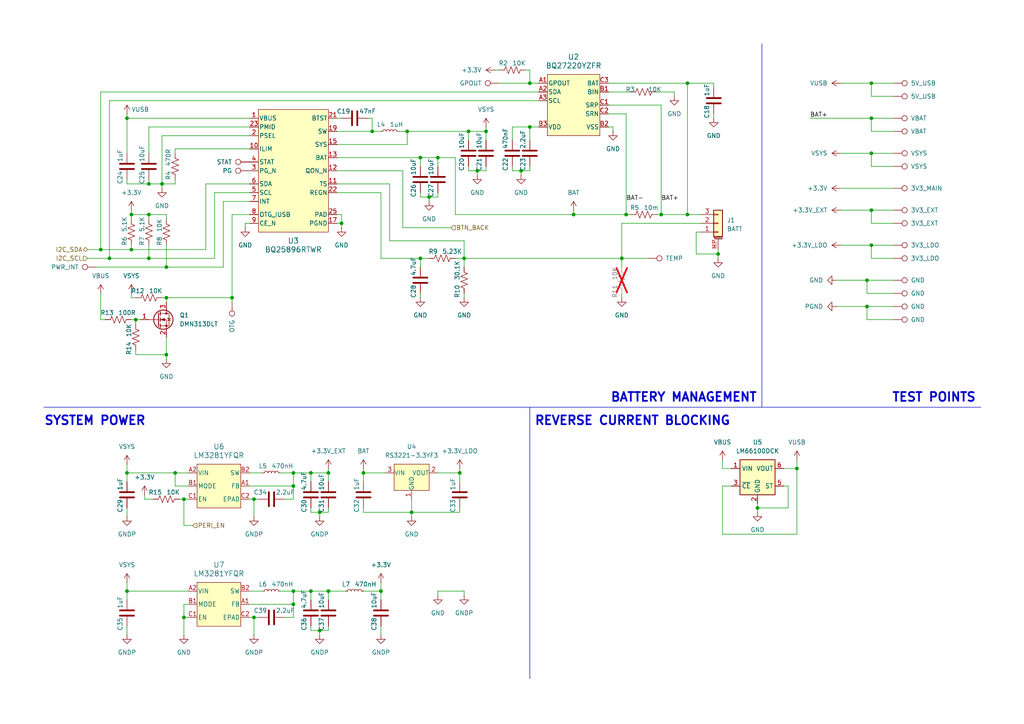
<source format=kicad_sch>
(kicad_sch (version 20231120) (generator "eeschema") (generator_version "8.0")
  (paper "A4")
  (junction (at 251.46 81.28))
  (junction (at 105.41 137.16))
  (junction (at 121.92 74.93))
  (junction (at 138.43 49.53))
  (junction (at 252.73 34.29))
  (junction (at 99.06 64.77))
  (junction (at 85.09 137.16))
  (junction (at 73.66 144.78))
  (junction (at 153.67 36.83))
  (junction (at 133.35 137.16))
  (junction (at 95.25 137.16))
  (junction (at 252.73 60.96))
  (junction (at 251.46 88.9))
  (junction (at 67.31 86.36))
  (junction (at 199.39 24.13))
  (junction (at 140.97 38.1))
  (junction (at 85.09 175.26))
  (junction (at 118.11 38.1))
  (junction (at 53.34 144.78))
  (junction (at 48.26 77.47))
  (junction (at 31.75 74.93))
  (junction (at 50.8 137.16))
  (junction (at 181.61 62.23))
  (junction (at 252.73 44.45))
  (junction (at 153.67 24.13))
  (junction (at 127 45.72))
  (junction (at 151.13 49.53))
  (junction (at 43.18 62.23))
  (junction (at 39.37 92.71))
  (junction (at 92.71 182.88))
  (junction (at 38.1 62.23))
  (junction (at 90.17 171.45))
  (junction (at 36.83 137.16))
  (junction (at 95.25 171.45))
  (junction (at 252.73 71.12))
  (junction (at 135.89 38.1))
  (junction (at 73.66 179.07))
  (junction (at 166.37 62.23))
  (junction (at 92.71 148.59))
  (junction (at 90.17 137.16))
  (junction (at 121.92 45.72))
  (junction (at 252.73 24.13))
  (junction (at 191.77 62.23))
  (junction (at 231.14 135.89))
  (junction (at 85.09 171.45))
  (junction (at 208.28 73.66))
  (junction (at 48.26 86.36))
  (junction (at 43.18 53.34))
  (junction (at 124.46 57.15))
  (junction (at 29.21 72.39))
  (junction (at 180.34 74.93))
  (junction (at 219.71 147.32))
  (junction (at 85.09 140.97))
  (junction (at 36.83 34.29))
  (junction (at 46.99 53.34))
  (junction (at 48.26 102.87))
  (junction (at 134.62 74.93))
  (junction (at 36.83 171.45))
  (junction (at 38.1 72.39))
  (junction (at 110.49 171.45))
  (junction (at 119.38 148.59))
  (junction (at 53.34 179.07))
  (junction (at 107.95 38.1))
  (junction (at 43.18 74.93))
  (junction (at 199.39 62.23))
  (wire (pts (xy 48.26 86.36) (xy 48.26 87.63)))
  (wire (pts (xy 134.62 74.93) (xy 134.62 77.47)))
  (wire (pts (xy 36.83 34.29) (xy 36.83 44.45)))
  (wire (pts (xy 259.08 74.93) (xy 252.73 74.93)))
  (wire (pts (xy 72.39 64.77) (xy 71.12 64.77)))
  (wire (pts (xy 190.5 26.67) (xy 195.58 26.67)))
  (wire (pts (xy 53.34 144.78) (xy 53.34 152.4)))
  (polyline (pts (xy 220.98 118.11) (xy 284.48 118.11)))
  (wire (pts (xy 180.34 74.93) (xy 134.62 74.93)))
  (wire (pts (xy 72.39 55.88) (xy 62.23 55.88)))
  (wire (pts (xy 121.92 45.72) (xy 127 45.72)))
  (wire (pts (xy 119.38 144.78) (xy 119.38 148.59)))
  (wire (pts (xy 201.93 67.31) (xy 201.93 73.66)))
  (wire (pts (xy 53.34 152.4) (xy 55.88 152.4)))
  (wire (pts (xy 124.46 57.15) (xy 124.46 58.42)))
  (wire (pts (xy 81.28 171.45) (xy 85.09 171.45)))
  (wire (pts (xy 95.25 173.99) (xy 95.25 171.45)))
  (wire (pts (xy 43.18 36.83) (xy 72.39 36.83)))
  (wire (pts (xy 127 57.15) (xy 127 55.88)))
  (wire (pts (xy 99.06 34.29) (xy 97.79 34.29)))
  (wire (pts (xy 135.89 38.1) (xy 140.97 38.1)))
  (wire (pts (xy 231.14 135.89) (xy 227.33 135.89)))
  (wire (pts (xy 252.73 38.1) (xy 252.73 34.29)))
  (wire (pts (xy 118.11 41.91) (xy 118.11 38.1)))
  (wire (pts (xy 252.73 27.94) (xy 259.08 27.94)))
  (wire (pts (xy 127 48.26) (xy 127 45.72)))
  (wire (pts (xy 110.49 171.45) (xy 110.49 173.99)))
  (wire (pts (xy 148.59 49.53) (xy 151.13 49.53)))
  (wire (pts (xy 127 45.72) (xy 132.08 45.72)))
  (wire (pts (xy 41.91 143.51) (xy 41.91 144.78)))
  (wire (pts (xy 90.17 182.88) (xy 92.71 182.88)))
  (wire (pts (xy 166.37 62.23) (xy 181.61 62.23)))
  (wire (pts (xy 209.55 133.35) (xy 209.55 135.89)))
  (wire (pts (xy 85.09 137.16) (xy 90.17 137.16)))
  (wire (pts (xy 252.73 48.26) (xy 252.73 44.45)))
  (wire (pts (xy 48.26 97.79) (xy 48.26 102.87)))
  (wire (pts (xy 31.75 29.21) (xy 31.75 74.93)))
  (wire (pts (xy 43.18 71.12) (xy 43.18 74.93)))
  (wire (pts (xy 138.43 49.53) (xy 138.43 50.8)))
  (wire (pts (xy 209.55 154.94) (xy 231.14 154.94)))
  (wire (pts (xy 31.75 74.93) (xy 43.18 74.93)))
  (wire (pts (xy 207.01 33.02) (xy 207.01 34.29)))
  (wire (pts (xy 156.21 29.21) (xy 31.75 29.21)))
  (wire (pts (xy 72.39 175.26) (xy 85.09 175.26)))
  (wire (pts (xy 97.79 64.77) (xy 99.06 64.77)))
  (wire (pts (xy 48.26 71.12) (xy 48.26 77.47)))
  (wire (pts (xy 46.99 53.34) (xy 50.8 53.34)))
  (wire (pts (xy 39.37 101.6) (xy 39.37 102.87)))
  (wire (pts (xy 38.1 63.5) (xy 38.1 62.23)))
  (wire (pts (xy 38.1 62.23) (xy 43.18 62.23)))
  (wire (pts (xy 134.62 85.09) (xy 134.62 86.36)))
  (wire (pts (xy 107.95 38.1) (xy 110.49 38.1)))
  (wire (pts (xy 97.79 41.91) (xy 118.11 41.91)))
  (wire (pts (xy 97.79 53.34) (xy 113.03 53.34)))
  (wire (pts (xy 59.69 53.34) (xy 59.69 72.39)))
  (wire (pts (xy 132.08 62.23) (xy 166.37 62.23)))
  (wire (pts (xy 187.96 74.93) (xy 180.34 74.93)))
  (wire (pts (xy 105.41 148.59) (xy 105.41 147.32)))
  (wire (pts (xy 151.13 50.8) (xy 151.13 49.53)))
  (wire (pts (xy 124.46 57.15) (xy 127 57.15)))
  (wire (pts (xy 212.09 140.97) (xy 209.55 140.97)))
  (wire (pts (xy 99.06 62.23) (xy 99.06 64.77)))
  (wire (pts (xy 36.83 134.62) (xy 36.83 137.16)))
  (wire (pts (xy 36.83 52.07) (xy 36.83 53.34)))
  (wire (pts (xy 97.79 45.72) (xy 121.92 45.72)))
  (wire (pts (xy 180.34 74.93) (xy 180.34 77.47)))
  (wire (pts (xy 259.08 48.26) (xy 252.73 48.26)))
  (wire (pts (xy 38.1 86.36) (xy 39.37 86.36)))
  (wire (pts (xy 121.92 74.93) (xy 124.46 74.93)))
  (wire (pts (xy 36.83 147.32) (xy 36.83 149.86)))
  (polyline (pts (xy 153.67 118.11) (xy 153.67 196.85)))
  (wire (pts (xy 242.57 88.9) (xy 251.46 88.9)))
  (wire (pts (xy 177.8 36.83) (xy 177.8 38.1)))
  (wire (pts (xy 251.46 81.28) (xy 251.46 85.09)))
  (wire (pts (xy 116.84 66.04) (xy 130.81 66.04)))
  (wire (pts (xy 259.08 24.13) (xy 252.73 24.13)))
  (wire (pts (xy 181.61 62.23) (xy 182.88 62.23)))
  (wire (pts (xy 90.17 181.61) (xy 90.17 182.88)))
  (wire (pts (xy 85.09 140.97) (xy 85.09 137.16)))
  (wire (pts (xy 118.11 38.1) (xy 135.89 38.1)))
  (wire (pts (xy 153.67 20.32) (xy 152.4 20.32)))
  (wire (pts (xy 73.66 144.78) (xy 73.66 149.86)))
  (wire (pts (xy 203.2 64.77) (xy 180.34 64.77)))
  (wire (pts (xy 234.95 34.29) (xy 252.73 34.29)))
  (wire (pts (xy 46.99 53.34) (xy 46.99 54.61)))
  (wire (pts (xy 135.89 48.26) (xy 135.89 49.53)))
  (wire (pts (xy 92.71 182.88) (xy 92.71 184.15)))
  (wire (pts (xy 121.92 57.15) (xy 124.46 57.15)))
  (wire (pts (xy 72.39 53.34) (xy 59.69 53.34)))
  (wire (pts (xy 148.59 48.26) (xy 148.59 49.53)))
  (wire (pts (xy 207.01 24.13) (xy 207.01 25.4)))
  (wire (pts (xy 209.55 135.89) (xy 212.09 135.89)))
  (wire (pts (xy 72.39 34.29) (xy 36.83 34.29)))
  (wire (pts (xy 259.08 85.09) (xy 251.46 85.09)))
  (wire (pts (xy 151.13 49.53) (xy 153.67 49.53)))
  (wire (pts (xy 53.34 144.78) (xy 54.61 144.78)))
  (wire (pts (xy 208.28 72.39) (xy 208.28 73.66)))
  (wire (pts (xy 50.8 137.16) (xy 54.61 137.16)))
  (wire (pts (xy 110.49 168.91) (xy 110.49 171.45)))
  (wire (pts (xy 121.92 45.72) (xy 121.92 48.26)))
  (wire (pts (xy 199.39 62.23) (xy 203.2 62.23)))
  (wire (pts (xy 195.58 26.67) (xy 195.58 27.94)))
  (wire (pts (xy 99.06 64.77) (xy 99.06 66.04)))
  (wire (pts (xy 127 171.45) (xy 127 172.72)))
  (wire (pts (xy 81.28 137.16) (xy 85.09 137.16)))
  (wire (pts (xy 43.18 62.23) (xy 43.18 63.5)))
  (wire (pts (xy 176.53 36.83) (xy 177.8 36.83)))
  (wire (pts (xy 95.25 171.45) (xy 100.33 171.45)))
  (wire (pts (xy 90.17 171.45) (xy 95.25 171.45)))
  (wire (pts (xy 73.66 179.07) (xy 73.66 184.15)))
  (wire (pts (xy 252.73 64.77) (xy 252.73 60.96)))
  (wire (pts (xy 243.84 60.96) (xy 252.73 60.96)))
  (wire (pts (xy 25.4 72.39) (xy 29.21 72.39)))
  (wire (pts (xy 85.09 175.26) (xy 85.09 171.45)))
  (wire (pts (xy 72.39 43.18) (xy 50.8 43.18)))
  (wire (pts (xy 252.73 74.93) (xy 252.73 71.12)))
  (wire (pts (xy 53.34 175.26) (xy 54.61 175.26)))
  (wire (pts (xy 48.26 102.87) (xy 48.26 104.14)))
  (wire (pts (xy 97.79 49.53) (xy 116.84 49.53)))
  (wire (pts (xy 72.39 140.97) (xy 85.09 140.97)))
  (wire (pts (xy 36.83 181.61) (xy 36.83 184.15)))
  (wire (pts (xy 121.92 55.88) (xy 121.92 57.15)))
  (wire (pts (xy 121.92 77.47) (xy 121.92 74.93)))
  (polyline (pts (xy 220.98 12.7) (xy 220.98 118.11)))
  (wire (pts (xy 199.39 24.13) (xy 199.39 62.23)))
  (wire (pts (xy 95.25 139.7) (xy 95.25 137.16)))
  (wire (pts (xy 95.25 148.59) (xy 95.25 147.32)))
  (wire (pts (xy 259.08 88.9) (xy 251.46 88.9)))
  (wire (pts (xy 113.03 53.34) (xy 113.03 69.85)))
  (wire (pts (xy 50.8 137.16) (xy 50.8 140.97)))
  (wire (pts (xy 73.66 144.78) (xy 74.93 144.78)))
  (wire (pts (xy 191.77 30.48) (xy 191.77 62.23)))
  (wire (pts (xy 97.79 62.23) (xy 99.06 62.23)))
  (wire (pts (xy 38.1 60.96) (xy 38.1 62.23)))
  (wire (pts (xy 191.77 62.23) (xy 190.5 62.23)))
  (wire (pts (xy 29.21 92.71) (xy 30.48 92.71)))
  (wire (pts (xy 48.26 62.23) (xy 43.18 62.23)))
  (wire (pts (xy 153.67 40.64) (xy 153.67 36.83)))
  (wire (pts (xy 140.97 36.83) (xy 140.97 38.1)))
  (wire (pts (xy 90.17 137.16) (xy 90.17 139.7)))
  (wire (pts (xy 82.55 179.07) (xy 85.09 179.07)))
  (wire (pts (xy 72.39 171.45) (xy 76.2 171.45)))
  (wire (pts (xy 53.34 184.15) (xy 53.34 179.07)))
  (wire (pts (xy 176.53 26.67) (xy 182.88 26.67)))
  (wire (pts (xy 92.71 149.86) (xy 92.71 148.59)))
  (wire (pts (xy 113.03 69.85) (xy 134.62 69.85)))
  (wire (pts (xy 29.21 26.67) (xy 29.21 72.39)))
  (wire (pts (xy 105.41 171.45) (xy 110.49 171.45)))
  (wire (pts (xy 50.8 140.97) (xy 54.61 140.97)))
  (wire (pts (xy 251.46 88.9) (xy 251.46 92.71)))
  (wire (pts (xy 29.21 92.71) (xy 29.21 85.09)))
  (wire (pts (xy 156.21 26.67) (xy 29.21 26.67)))
  (wire (pts (xy 48.26 63.5) (xy 48.26 62.23)))
  (wire (pts (xy 90.17 148.59) (xy 92.71 148.59)))
  (wire (pts (xy 144.78 24.13) (xy 153.67 24.13)))
  (wire (pts (xy 243.84 54.61) (xy 259.08 54.61)))
  (wire (pts (xy 133.35 147.32) (xy 133.35 148.59)))
  (wire (pts (xy 259.08 81.28) (xy 251.46 81.28)))
  (wire (pts (xy 85.09 171.45) (xy 90.17 171.45)))
  (wire (pts (xy 219.71 146.05) (xy 219.71 147.32)))
  (wire (pts (xy 153.67 24.13) (xy 153.67 20.32)))
  (wire (pts (xy 134.62 69.85) (xy 134.62 74.93)))
  (wire (pts (xy 176.53 24.13) (xy 199.39 24.13)))
  (wire (pts (xy 38.1 85.09) (xy 38.1 86.36)))
  (wire (pts (xy 27.94 77.47) (xy 48.26 77.47)))
  (wire (pts (xy 46.99 53.34) (xy 43.18 53.34)))
  (wire (pts (xy 92.71 148.59) (xy 95.25 148.59)))
  (wire (pts (xy 90.17 137.16) (xy 95.25 137.16)))
  (wire (pts (xy 132.08 45.72) (xy 132.08 62.23)))
  (wire (pts (xy 127 137.16) (xy 133.35 137.16)))
  (wire (pts (xy 199.39 62.23) (xy 191.77 62.23)))
  (wire (pts (xy 41.91 144.78) (xy 44.45 144.78)))
  (wire (pts (xy 50.8 43.18) (xy 50.8 44.45)))
  (wire (pts (xy 203.2 67.31) (xy 201.93 67.31)))
  (wire (pts (xy 25.4 74.93) (xy 31.75 74.93)))
  (wire (pts (xy 140.97 49.53) (xy 140.97 48.26)))
  (wire (pts (xy 259.08 38.1) (xy 252.73 38.1)))
  (wire (pts (xy 52.07 144.78) (xy 53.34 144.78)))
  (wire (pts (xy 67.31 86.36) (xy 67.31 87.63)))
  (wire (pts (xy 228.6 147.32) (xy 219.71 147.32)))
  (wire (pts (xy 135.89 49.53) (xy 138.43 49.53)))
  (wire (pts (xy 132.08 74.93) (xy 134.62 74.93)))
  (wire (pts (xy 228.6 140.97) (xy 228.6 147.32)))
  (wire (pts (xy 115.57 38.1) (xy 118.11 38.1)))
  (wire (pts (xy 231.14 133.35) (xy 231.14 135.89)))
  (wire (pts (xy 107.95 34.29) (xy 107.95 38.1)))
  (wire (pts (xy 38.1 92.71) (xy 39.37 92.71)))
  (wire (pts (xy 72.39 62.23) (xy 67.31 62.23)))
  (wire (pts (xy 110.49 74.93) (xy 121.92 74.93)))
  (wire (pts (xy 143.51 20.32) (xy 144.78 20.32)))
  (wire (pts (xy 208.28 73.66) (xy 201.93 73.66)))
  (wire (pts (xy 180.34 85.09) (xy 180.34 86.36)))
  (wire (pts (xy 38.1 71.12) (xy 38.1 72.39)))
  (wire (pts (xy 166.37 60.96) (xy 166.37 62.23)))
  (polyline (pts (xy 12.7 118.11) (xy 220.98 118.11)))
  (wire (pts (xy 133.35 135.89) (xy 133.35 137.16)))
  (wire (pts (xy 140.97 40.64) (xy 140.97 38.1)))
  (wire (pts (xy 50.8 52.07) (xy 50.8 53.34)))
  (wire (pts (xy 46.99 86.36) (xy 48.26 86.36)))
  (wire (pts (xy 62.23 55.88) (xy 62.23 74.93)))
  (wire (pts (xy 148.59 36.83) (xy 148.59 40.64)))
  (wire (pts (xy 53.34 179.07) (xy 53.34 175.26)))
  (wire (pts (xy 219.71 147.32) (xy 219.71 148.59)))
  (wire (pts (xy 153.67 36.83) (xy 156.21 36.83)))
  (wire (pts (xy 153.67 49.53) (xy 153.67 48.26)))
  (wire (pts (xy 252.73 60.96) (xy 259.08 60.96)))
  (wire (pts (xy 121.92 85.09) (xy 121.92 86.36)))
  (wire (pts (xy 38.1 72.39) (xy 59.69 72.39)))
  (wire (pts (xy 39.37 92.71) (xy 39.37 93.98)))
  (wire (pts (xy 72.39 137.16) (xy 76.2 137.16)))
  (wire (pts (xy 36.83 168.91) (xy 36.83 171.45)))
  (wire (pts (xy 48.26 86.36) (xy 67.31 86.36)))
  (wire (pts (xy 39.37 92.71) (xy 40.64 92.71)))
  (wire (pts (xy 85.09 175.26) (xy 85.09 179.07)))
  (wire (pts (xy 46.99 39.37) (xy 46.99 53.34)))
  (wire (pts (xy 259.08 92.71) (xy 251.46 92.71)))
  (wire (pts (xy 72.39 144.78) (xy 73.66 144.78)))
  (wire (pts (xy 252.73 44.45) (xy 259.08 44.45)))
  (wire (pts (xy 53.34 179.07) (xy 54.61 179.07)))
  (wire (pts (xy 133.35 137.16) (xy 133.35 139.7)))
  (wire (pts (xy 153.67 24.13) (xy 156.21 24.13)))
  (wire (pts (xy 29.21 72.39) (xy 38.1 72.39)))
  (wire (pts (xy 127 171.45) (xy 134.62 171.45)))
  (wire (pts (xy 39.37 102.87) (xy 48.26 102.87)))
  (wire (pts (xy 138.43 49.53) (xy 140.97 49.53)))
  (wire (pts (xy 180.34 64.77) (xy 180.34 74.93)))
  (wire (pts (xy 36.83 53.34) (xy 43.18 53.34)))
  (wire (pts (xy 110.49 55.88) (xy 110.49 74.93)))
  (wire (pts (xy 73.66 179.07) (xy 74.93 179.07)))
  (wire (pts (xy 97.79 38.1) (xy 107.95 38.1)))
  (wire (pts (xy 176.53 30.48) (xy 191.77 30.48)))
  (wire (pts (xy 71.12 64.77) (xy 71.12 66.04)))
  (wire (pts (xy 64.77 58.42) (xy 72.39 58.42)))
  (wire (pts (xy 36.83 171.45) (xy 54.61 171.45)))
  (wire (pts (xy 148.59 36.83) (xy 153.67 36.83)))
  (wire (pts (xy 64.77 58.42) (xy 64.77 77.47)))
  (wire (pts (xy 95.25 135.89) (xy 95.25 137.16)))
  (wire (pts (xy 105.41 137.16) (xy 111.76 137.16)))
  (wire (pts (xy 110.49 181.61) (xy 110.49 184.15)))
  (wire (pts (xy 36.83 137.16) (xy 36.83 139.7)))
  (wire (pts (xy 252.73 34.29) (xy 259.08 34.29)))
  (wire (pts (xy 119.38 148.59) (xy 105.41 148.59)))
  (wire (pts (xy 48.26 77.47) (xy 64.77 77.47)))
  (wire (pts (xy 67.31 62.23) (xy 67.31 86.36)))
  (wire (pts (xy 36.83 137.16) (xy 50.8 137.16)))
  (wire (pts (xy 252.73 24.13) (xy 252.73 27.94)))
  (wire (pts (xy 36.83 171.45) (xy 36.83 173.99)))
  (wire (pts (xy 243.84 71.12) (xy 252.73 71.12)))
  (wire (pts (xy 36.83 33.02) (xy 36.83 34.29)))
  (wire (pts (xy 105.41 137.16) (xy 105.41 139.7)))
  (wire (pts (xy 85.09 140.97) (xy 85.09 144.78)))
  (wire (pts (xy 208.28 73.66) (xy 208.28 74.93)))
  (wire (pts (xy 252.73 71.12) (xy 259.08 71.12)))
  (wire (pts (xy 43.18 44.45) (xy 43.18 36.83)))
  (wire (pts (xy 133.35 148.59) (xy 119.38 148.59)))
  (wire (pts (xy 72.39 179.07) (xy 73.66 179.07)))
  (wire (pts (xy 199.39 24.13) (xy 207.01 24.13)))
  (wire (pts (xy 209.55 140.97) (xy 209.55 154.94)))
  (wire (pts (xy 72.39 39.37) (xy 46.99 39.37)))
  (wire (pts (xy 135.89 38.1) (xy 135.89 40.64)))
  (wire (pts (xy 134.62 171.45) (xy 134.62 172.72)))
  (wire (pts (xy 116.84 49.53) (xy 116.84 66.04)))
  (wire (pts (xy 82.55 144.78) (xy 85.09 144.78)))
  (wire (pts (xy 176.53 33.02) (xy 181.61 33.02)))
  (wire (pts (xy 105.41 135.89) (xy 105.41 137.16)))
  (wire (pts (xy 90.17 147.32) (xy 90.17 148.59)))
  (wire (pts (xy 119.38 148.59) (xy 119.38 149.86)))
  (wire (pts (xy 243.84 24.13) (xy 252.73 24.13)))
  (wire (pts (xy 95.25 182.88) (xy 95.25 181.61)))
  (wire (pts (xy 243.84 44.45) (xy 252.73 44.45)))
  (wire (pts (xy 43.18 74.93) (xy 62.23 74.93)))
  (wire (pts (xy 231.14 154.94) (xy 231.14 135.89)))
  (wire (pts (xy 106.68 34.29) (xy 107.95 34.29)))
  (wire (pts (xy 92.71 182.88) (xy 95.25 182.88)))
  (wire (pts (xy 181.61 33.02) (xy 181.61 62.23)))
  (wire (pts (xy 259.08 64.77) (xy 252.73 64.77)))
  (wire (pts (xy 228.6 140.97) (xy 227.33 140.97)))
  (wire (pts (xy 97.79 55.88) (xy 110.49 55.88)))
  (wire (pts (xy 90.17 171.45) (xy 90.17 173.99)))
  (wire (pts (xy 43.18 53.34) (xy 43.18 52.07)))
  (wire (pts (xy 242.57 81.28) (xy 251.46 81.28)))
  (text "BATTERY MANAGEMENT" (exclude_from_sim yes) (at 219.71 116.84 0) (effects (font (size 2.54 2.54) (thickness 0.508) (bold yes)) (justify right bottom)))
  (text "TEST POINTS\n" (exclude_from_sim yes) (at 283.21 116.84 0) (effects (font (size 2.54 2.54) (thickness 0.508) (bold yes)) (justify right bottom)))
  (text "SYSTEM POWER" (exclude_from_sim yes) (at 12.7 120.65 0) (effects (font (size 2.54 2.54) (thickness 0.508) (bold yes)) (justify left top)))
  (text "REVERSE CURRENT BLOCKING" (exclude_from_sim yes) (at 154.94 120.65 0) (effects (font (size 2.54 2.54) (thickness 0.508) (bold yes)) (justify left top)))
  (label "BAT-" (at 181.61 58.42 0))
  (label "BAT+" (at 234.95 34.29 0))
  (label "BAT+" (at 191.77 58.42 0))
  (hierarchical_label "I2C_SCL" (shape input) (at 25.4 74.93 180))
  (hierarchical_label "BTN_BACK" (shape input) (at 130.81 66.04 0))
  (hierarchical_label "I2C_SDA" (shape bidirectional) (at 25.4 72.39 180))
  (hierarchical_label "PERI_EN" (shape input) (at 55.88 152.4 0))
  (symbol (lib_id "Device:C") (at 36.83 177.8 180) (unit 1)
    (property "Reference" "C35" (at 35.56 179.07 90) (effects (justify left top)))
    (property "Value" "1uF" (at 35.56 176.53 90) (effects (justify right top)))
    (property "Footprint" "Capacitor_SMD:C_0201_0603Metric" (effects (hide yes)))
    (property "Description" "Unpolarized capacitor" (effects (hide yes)))
  )
  (symbol (lib_id "power:GND") (at 71.12 66.04 0) (unit 1)
    (property "Reference" "#PWR036" (effects (hide yes)))
    (property "Value" "GND" (at 71.12 71.12 0))
    (property "Description" "Power symbol creates a global label with name \"GND\" , ground" (effects (hide yes)))
  )
  (symbol (lib_id "Device:R_US") (at 48.26 144.78 90) (unit 1)
    (property "Reference" "R15" (at 46.99 143.51 90) (effects (justify left top)))
    (property "Value" "10K" (at 48.26 143.51 90) (effects (justify right top)))
    (property "Footprint" "Resistor_SMD:R_0201_0603Metric" (effects (hide yes)))
    (property "Description" "Resistor, US symbol" (effects (hide yes)))
  )
  (symbol (lib_id "Connector:TestPoint") (at 259.08 24.13 270) (unit 1)
    (property "Reference" "TP12" (effects (hide yes)))
    (property "Value" "5V_USB" (at 264.16 24.13 90) (effects (justify left)))
    (property "Footprint" "TestPoint:TestPoint_Pad_D1.0mm" (effects (hide yes)))
    (property "Description" "test point" (effects (hide yes)))
  )
  (symbol (lib_id "Device:C") (at 90.17 177.8 180) (unit 1)
    (property "Reference" "C36" (at 88.9 179.07 90) (effects (justify left top)))
    (property "Value" "4.7uF" (at 88.9 176.53 90) (effects (justify right top)))
    (property "Footprint" "Capacitor_SMD:C_0603_1608Metric" (effects (hide yes)))
    (property "Description" "Unpolarized capacitor" (effects (hide yes)))
  )
  (symbol (lib_id "Device:C") (at 133.35 143.51 180) (unit 1)
    (property "Reference" "C33" (at 132.08 144.78 90) (effects (justify left top)))
    (property "Value" "1uF" (at 132.08 142.24 90) (effects (justify right top)))
    (property "Footprint" "Capacitor_SMD:C_0402_1005Metric" (effects (hide yes)))
    (property "Description" "Unpolarized capacitor" (effects (hide yes)))
  )
  (symbol (lib_id "Library:BQ27220YZFR") (at 166.37 30.48 0) (unit 1)
    (property "Reference" "U2" (at 166.37 16.51 0) (effects (font (size 1.524 1.524))))
    (property "Value" "BQ27220YZFR" (at 166.37 19.05 0) (effects (font (size 1.524 1.524))))
    (property "Footprint" "Package_BGA:Texas_DSBGA-9_1.62mmx1.58mm_Layout3x3_P0.5mm" (effects (hide yes)))
    (property "Datasheet" "https://www.ti.com/lit/ds/symlink/bq27220.pdf" (effects (hide yes)))
  )
  (symbol (lib_id "power:VCC") (at 166.37 60.96 0) (unit 1)
    (property "Reference" "#PWR034" (effects (hide yes)))
    (property "Value" "BAT" (at 166.37 55.88 0))
    (property "Description" "Power symbol creates a global label with name \"VCC\"" (effects (hide yes)))
  )
  (symbol (lib_id "Device:R_US") (at 48.26 67.31 180) (unit 1)
    (property "Reference" "R8" (at 46.99 68.58 90) (effects (justify left top)))
    (property "Value" "10K" (at 46.99 67.31 90) (effects (justify right top)))
    (property "Footprint" "Resistor_SMD:R_0402_1005Metric" (effects (hide yes)))
    (property "Description" "Resistor, US symbol" (effects (hide yes)))
  )
  (symbol (lib_id "power:VCC") (at 110.49 168.91 0) (unit 1)
    (property "Reference" "#PWR061" (effects (hide yes)))
    (property "Value" "+3.3V" (at 110.49 163.83 0))
    (property "Description" "Power symbol creates a global label with name \"VCC\"" (effects (hide yes)))
  )
  (symbol (lib_id "Device:R_US") (at 148.59 20.32 90) (unit 1)
    (property "Reference" "R2" (at 147.32 19.05 90) (effects (justify left top)))
    (property "Value" "10K" (at 148.59 19.05 90) (effects (justify right top)))
    (property "Footprint" "Resistor_SMD:R_0402_1005Metric" (effects (hide yes)))
    (property "Description" "Resistor, US symbol" (effects (hide yes)))
  )
  (symbol (lib_id "power:GND") (at 48.26 104.14 0) (unit 1)
    (property "Reference" "#PWR047" (effects (hide yes)))
    (property "Value" "GND" (at 48.26 109.22 0))
    (property "Description" "Power symbol creates a global label with name \"GND\" , ground" (effects (hide yes)))
  )
  (symbol (lib_id "Device:R_US") (at 186.69 62.23 90) (unit 1)
    (property "Reference" "R5" (at 185.42 60.96 90) (effects (justify left top)))
    (property "Value" "10m" (at 186.69 60.96 90) (effects (justify right top)))
    (property "Footprint" "Resistor_SMD:R_2512_6332Metric" (effects (hide yes)))
    (property "Description" "Resistor, US symbol" (effects (hide yes)))
  )
  (symbol (lib_id "Device:C") (at 121.92 81.28 180) (unit 1)
    (property "Reference" "C28" (at 120.65 82.55 90) (effects (justify left top)))
    (property "Value" "4.7uF" (at 120.65 80.01 90) (effects (justify right top)))
    (property "Footprint" "Capacitor_SMD:C_0402_1005Metric" (effects (hide yes)))
    (property "Description" "Unpolarized capacitor" (effects (hide yes)))
  )
  (symbol (lib_id "Device:R_US") (at 50.8 48.26 180) (unit 1)
    (property "Reference" "R4" (at 49.53 49.53 90) (effects (justify left top)))
    (property "Value" "470R" (at 49.53 48.26 90) (effects (justify right top)))
    (property "Footprint" "Resistor_SMD:R_0402_1005Metric" (effects (hide yes)))
    (property "Description" "Resistor, US symbol" (effects (hide yes)))
  )
  (symbol (lib_id "Device:R_US") (at 34.29 92.71 90) (unit 1)
    (property "Reference" "R13" (at 33.02 91.44 90) (effects (justify left top)))
    (property "Value" "100R" (at 34.29 91.44 90) (effects (justify right top)))
    (property "Footprint" "Resistor_SMD:R_0402_1005Metric" (effects (hide yes)))
    (property "Description" "Resistor, US symbol" (effects (hide yes)))
  )
  (symbol (lib_id "Connector:TestPoint") (at 259.08 74.93 270) (unit 1)
    (property "Reference" "TP25" (effects (hide yes)))
    (property "Value" "3V3_LDO" (at 264.16 74.93 90) (effects (justify left)))
    (property "Footprint" "TestPoint:TestPoint_Pad_D1.0mm" (effects (hide yes)))
    (property "Description" "test point" (effects (hide yes)))
  )
  (symbol (lib_id "power:VBUS") (at 209.55 133.35 0) (unit 1)
    (property "Reference" "#PWR048" (effects (hide yes)))
    (property "Value" "VBUS" (at 209.55 128.27 0))
    (property "Description" "Power symbol creates a global label with name \"VBUS\"" (effects (hide yes)))
  )
  (symbol (lib_id "Device:C") (at 43.18 48.26 180) (unit 1)
    (property "Reference" "C25" (at 41.91 49.53 90) (effects (justify left top)))
    (property "Value" "10uF" (at 41.91 46.99 90) (effects (justify right top)))
    (property "Footprint" "Capacitor_SMD:C_0603_1608Metric" (effects (hide yes)))
    (property "Description" "Unpolarized capacitor" (effects (hide yes)))
  )
  (symbol (lib_id "power:+3.3V") (at 143.51 20.32 90) (unit 1)
    (property "Reference" "#PWR020" (effects (hide yes)))
    (property "Value" "+3.3V" (at 139.7 20.3199 90) (effects (justify left)))
    (property "Description" "Power symbol creates a global label with name \"+3.3V\"" (effects (hide yes)))
  )
  (symbol (lib_id "power:VCC") (at 243.84 24.13 90) (unit 1)
    (property "Reference" "#PWR021" (effects (hide yes)))
    (property "Value" "VUSB" (at 240.03 24.1299 90) (effects (justify left)))
    (property "Description" "Power symbol creates a global label with name \"VCC\"" (effects (hide yes)))
  )
  (symbol (lib_id "Device:C") (at 36.83 143.51 180) (unit 1)
    (property "Reference" "C29" (at 35.56 144.78 90) (effects (justify left top)))
    (property "Value" "1uF" (at 35.56 142.24 90) (effects (justify right top)))
    (property "Footprint" "Capacitor_SMD:C_0201_0603Metric" (effects (hide yes)))
    (property "Description" "Unpolarized capacitor" (effects (hide yes)))
  )
  (symbol (lib_id "power:VCC") (at 231.14 133.35 0) (unit 1)
    (property "Reference" "#PWR049" (effects (hide yes)))
    (property "Value" "VUSB" (at 231.14 128.27 0))
    (property "Description" "Power symbol creates a global label with name \"VCC\"" (effects (hide yes)))
  )
  (symbol (lib_id "Connector:TestPoint") (at 259.08 44.45 270) (unit 1)
    (property "Reference" "TP16" (effects (hide yes)))
    (property "Value" "VSYS" (at 264.16 44.45 90) (effects (justify left)))
    (property "Footprint" "TestPoint:TestPoint_Pad_D1.0mm" (effects (hide yes)))
    (property "Description" "test point" (effects (hide yes)))
  )
  (symbol (lib_id "Device:R_US") (at 186.69 26.67 90) (unit 1)
    (property "Reference" "R3" (at 184.15 26.67 90) (effects (justify left top)))
    (property "Value" "10K" (at 187.96 26.67 90) (effects (justify right top)))
    (property "Footprint" "Resistor_SMD:R_0402_1005Metric" (effects (hide yes)))
    (property "Description" "Resistor, US symbol" (effects (hide yes)))
  )
  (symbol (lib_id "Library:BQ25896RTWR") (at 85.09 49.53 0) (unit 1)
    (property "Reference" "U3" (at 85.09 69.85 0) (effects (font (size 1.524 1.524))))
    (property "Value" "BQ25896RTWR" (at 85.09 72.39 0) (effects (font (size 1.524 1.524))))
    (property "Footprint" "Package_DFN_QFN:Texas_RTW_WQFN-24-1EP_4x4mm_P0.5mm_EP2.7x2.7mm" (effects (hide yes)))
    (property "Datasheet" "https://www.ti.com/lit/ds/symlink/bq25896.pdf" (effects (hide yes)))
  )
  (symbol (lib_id "Device:C") (at 90.17 143.51 180) (unit 1)
    (property "Reference" "C30" (at 88.9 144.78 90) (effects (justify left top)))
    (property "Value" "4.7uF" (at 88.9 142.24 90) (effects (justify right top)))
    (property "Footprint" "Capacitor_SMD:C_0603_1608Metric" (effects (hide yes)))
    (property "Description" "Unpolarized capacitor" (effects (hide yes)))
  )
  (symbol (lib_id "Connector:TestPoint") (at 259.08 88.9 270) (unit 1)
    (property "Reference" "TP30" (effects (hide yes)))
    (property "Value" "GND" (at 264.16 88.9 90) (effects (justify left)))
    (property "Footprint" "TestPoint:TestPoint_Pad_D1.0mm" (effects (hide yes)))
    (property "Description" "test point" (effects (hide yes)))
  )
  (symbol (lib_id "Power_Management:LM66100DCK") (at 219.71 138.43 0) (unit 1)
    (property "Reference" "U5" (at 219.71 128.27 0))
    (property "Value" "LM66100DCK" (at 219.71 130.81 0))
    (property "Footprint" "Package_TO_SOT_SMD:SOT-363_SC-70-6" (effects (hide yes)))
    (property "Datasheet" "https://www.ti.com/lit/ds/symlink/lm66100.pdf" (effects (hide yes)))
    (property "Description" "Ideal Diode With Input Polarity Protection 1.5 - 5.5V  Input Voltage, 1.5A Output Current, Ron 141 mOhm, SC-70-6" (effects (hide yes)))
  )
  (symbol (lib_id "power:GND") (at 124.46 58.42 0) (unit 1)
    (property "Reference" "#PWR032" (effects (hide yes)))
    (property "Value" "GND" (at 124.46 63.5 0))
    (property "Description" "Power symbol creates a global label with name \"GND\" , ground" (effects (hide yes)))
  )
  (symbol (lib_id "Device:R_US") (at 43.18 86.36 90) (unit 1)
    (property "Reference" "R12" (at 41.91 85.09 90) (effects (justify left top)))
    (property "Value" "10K" (at 43.18 85.09 90) (effects (justify right top)))
    (property "Footprint" "Resistor_SMD:R_0402_1005Metric" (effects (hide yes)))
    (property "Description" "Resistor, US symbol" (effects (hide yes)))
  )
  (symbol (lib_id "power:GND") (at 121.92 86.36 0) (unit 1)
    (property "Reference" "#PWR043" (effects (hide yes)))
    (property "Value" "GND" (at 121.92 91.44 0))
    (property "Description" "Power symbol creates a global label with name \"GND\" , ground" (effects (hide yes)))
  )
  (symbol (lib_id "power:GND") (at 219.71 148.59 0) (unit 1)
    (property "Reference" "#PWR055" (effects (hide yes)))
    (property "Value" "GND" (at 219.71 153.67 0))
    (property "Description" "Power symbol creates a global label with name \"GND\" , ground" (effects (hide yes)))
  )
  (symbol (lib_id "power:GND") (at 195.58 27.94 0) (unit 1)
    (property "Reference" "#PWR022" (effects (hide yes)))
    (property "Value" "GND" (at 195.58 33.02 0))
    (property "Description" "Power symbol creates a global label with name \"GND\" , ground" (effects (hide yes)))
  )
  (symbol (lib_id "power:GND") (at 138.43 50.8 0) (unit 1)
    (property "Reference" "#PWR028" (effects (hide yes)))
    (property "Value" "GND" (at 138.43 55.88 0))
    (property "Description" "Power symbol creates a global label with name \"GND\" , ground" (effects (hide yes)))
  )
  (symbol (lib_id "Connector:TestPoint") (at 67.31 87.63 180) (unit 1)
    (property "Reference" "TP29" (effects (hide yes)))
    (property "Value" "OTG" (at 67.31 92.71 90) (effects (justify left)))
    (property "Footprint" "TestPoint:TestPoint_Pad_D1.0mm" (effects (hide yes)))
    (property "Description" "test point" (effects (hide yes)))
  )
  (symbol (lib_id "Device:C") (at 78.74 179.07 90) (unit 1)
    (property "Reference" "C39" (at 77.47 177.8 90) (effects (justify left top)))
    (property "Value" "2.2uF" (at 80.01 177.8 90) (effects (justify right top)))
    (property "Footprint" "Capacitor_SMD:C_0201_0603Metric" (effects (hide yes)))
    (property "Description" "Unpolarized capacitor" (effects (hide yes)))
  )
  (symbol (lib_id "Device:L_Small") (at 78.74 171.45 90) (unit 1)
    (property "Reference" "L6" (at 77.47 170.18 90) (effects (justify left top)))
    (property "Value" "470nH" (at 78.74 170.18 90) (effects (justify right top)))
    (property "Footprint" "Inductor_SMD:L_Murata_DFE201610P" (effects (hide yes)))
    (property "Description" "Inductor, small symbol" (effects (hide yes)))
  )
  (symbol (lib_id "power:+3.3V") (at 36.83 134.62 0) (unit 1)
    (property "Reference" "#PWR050" (effects (hide yes)))
    (property "Value" "VSYS" (at 36.83 129.54 0))
    (property "Description" "Power symbol creates a global label with name \"+3.3V\"" (effects (hide yes)))
  )
  (symbol (lib_id "Library:LM3281YFQR") (at 63.5 175.26 0) (unit 1)
    (property "Reference" "U7" (at 63.5 163.83 0) (effects (font (size 1.524 1.524))))
    (property "Value" "LM3281YFQR" (at 63.5 166.37 0) (effects (font (size 1.524 1.524))))
    (property "Footprint" "Library:BGA-6_2x3_1.16x1.435mm" (effects (hide yes)))
    (property "Datasheet" "https://www.ti.com/lit/ds/symlink/lm3281.pdf" (effects (hide yes)))
  )
  (symbol (lib_id "power:VCC") (at 243.84 71.12 90) (unit 1)
    (property "Reference" "#PWR039" (effects (hide yes)))
    (property "Value" "+3.3V_LDO" (at 240.03 71.1199 90) (effects (justify left)))
    (property "Description" "Power symbol creates a global label with name \"VCC\"" (effects (hide yes)))
  )
  (symbol (lib_id "Device:L_Small") (at 78.74 137.16 90) (unit 1)
    (property "Reference" "L5" (at 77.47 135.89 90) (effects (justify left top)))
    (property "Value" "470nH" (at 78.74 135.89 90) (effects (justify right top)))
    (property "Footprint" "Inductor_SMD:L_Murata_DFE201610P" (effects (hide yes)))
    (property "Description" "Inductor, small symbol" (effects (hide yes)))
  )
  (symbol (lib_id "power:GND") (at 242.57 81.28 270) (unit 1)
    (property "Reference" "#PWR040" (effects (hide yes)))
    (property "Value" "GND" (at 238.76 81.2799 90) (effects (justify right)))
    (property "Description" "Power symbol creates a global label with name \"GND\" , ground" (effects (hide yes)))
  )
  (symbol (lib_id "power:GND") (at 46.99 54.61 0) (unit 1)
    (property "Reference" "#PWR030" (effects (hide yes)))
    (property "Value" "GND" (at 46.99 59.69 0))
    (property "Description" "Power symbol creates a global label with name \"GND\" , ground" (effects (hide yes)))
  )
  (symbol (lib_id "power:GND") (at 110.49 184.15 0) (unit 1)
    (property "Reference" "#PWR063" (effects (hide yes)))
    (property "Value" "GNDP" (at 110.49 189.23 0))
    (property "Description" "Power symbol creates a global label with name \"GND\" , ground" (effects (hide yes)))
  )
  (symbol (lib_id "power:VCC") (at 243.84 54.61 90) (unit 1)
    (property "Reference" "#PWR031" (effects (hide yes)))
    (property "Value" "+3.3V" (at 240.03 54.6099 90) (effects (justify left)))
    (property "Description" "Power symbol creates a global label with name \"VCC\"" (effects (hide yes)))
  )
  (symbol (lib_id "Connector:TestPoint") (at 144.78 24.13 90) (unit 1)
    (property "Reference" "TP11" (effects (hide yes)))
    (property "Value" "GPOUT" (at 139.7 24.13 90) (effects (justify left)))
    (property "Footprint" "TestPoint:TestPoint_Pad_D1.0mm" (effects (hide yes)))
    (property "Description" "test point" (effects (hide yes)))
  )
  (symbol (lib_id "Connector:TestPoint") (at 259.08 48.26 270) (unit 1)
    (property "Reference" "TP18" (effects (hide yes)))
    (property "Value" "VSYS" (at 264.16 48.26 90) (effects (justify left)))
    (property "Footprint" "TestPoint:TestPoint_Pad_D1.0mm" (effects (hide yes)))
    (property "Description" "test point" (effects (hide yes)))
  )
  (symbol (lib_id "power:GND") (at 180.34 86.36 0) (unit 1)
    (property "Reference" "#PWR045" (effects (hide yes)))
    (property "Value" "GND" (at 180.34 91.44 0))
    (property "Description" "Power symbol creates a global label with name \"GND\" , ground" (effects (hide yes)))
  )
  (symbol (lib_id "Connector_Generic_MountingPin:Conn_01x03_MountingPin") (at 208.28 64.77 0) (unit 1)
    (property "Reference" "J1" (at 210.82 63.8555 0) (effects (justify left)))
    (property "Value" "BATT" (at 210.82 66.3955 0) (effects (justify left)))
    (property "Footprint" "Connector_Molex:Molex_PicoBlade_53261-0371_1x03-1MP_P1.25mm_Horizontal" (effects (hide yes)))
    (property "Description" "Generic connectable mounting pin connector, single row, 01x03, script generated (kicad-library-utils/schlib/autogen/connector/)" (effects (hide yes)))
  )
  (symbol (lib_id "power:VCC") (at 95.25 135.89 0) (unit 1)
    (property "Reference" "#PWR051" (effects (hide yes)))
    (property "Value" "+3.3V_EXT" (at 95.25 130.81 0))
    (property "Description" "Power symbol creates a global label with name \"VCC\"" (effects (hide yes)))
  )
  (symbol (lib_id "power:+3.3V") (at 38.1 85.09 0) (unit 1)
    (property "Reference" "#PWR042" (effects (hide yes)))
    (property "Value" "VSYS" (at 38.1 80.01 0))
    (property "Description" "Power symbol creates a global label with name \"+3.3V\"" (effects (hide yes)))
  )
  (symbol (lib_id "Device:C") (at 127 52.07 180) (unit 1)
    (property "Reference" "C27" (at 125.73 53.34 90) (effects (justify left top)))
    (property "Value" "10uF" (at 125.73 50.8 90) (effects (justify right top)))
    (property "Footprint" "Capacitor_SMD:C_0402_1005Metric" (effects (hide yes)))
    (property "Description" "Unpolarized capacitor" (effects (hide yes)))
  )
  (symbol (lib_id "Connector:TestPoint") (at 259.08 71.12 270) (unit 1)
    (property "Reference" "TP23" (effects (hide yes)))
    (property "Value" "3V3_LDO" (at 264.16 71.12 90) (effects (justify left)))
    (property "Footprint" "TestPoint:TestPoint_Pad_D1.0mm" (effects (hide yes)))
    (property "Description" "test point" (effects (hide yes)))
  )
  (symbol (lib_id "power:GND") (at 36.83 184.15 0) (unit 1)
    (property "Reference" "#PWR064" (effects (hide yes)))
    (property "Value" "GNDP" (at 36.83 189.23 0))
    (property "Description" "Power symbol creates a global label with name \"GND\" , ground" (effects (hide yes)))
  )
  (symbol (lib_id "power:GND") (at 99.06 66.04 0) (unit 1)
    (property "Reference" "#PWR037" (effects (hide yes)))
    (property "Value" "GND" (at 99.06 71.12 0))
    (property "Description" "Power symbol creates a global label with name \"GND\" , ground" (effects (hide yes)))
  )
  (symbol (lib_id "Device:C") (at 121.92 52.07 180) (unit 1)
    (property "Reference" "C26" (at 120.65 53.34 90) (effects (justify left top)))
    (property "Value" "10uF" (at 120.65 50.8 90) (effects (justify right top)))
    (property "Footprint" "Capacitor_SMD:C_0402_1005Metric" (effects (hide yes)))
    (property "Description" "Unpolarized capacitor" (effects (hide yes)))
  )
  (symbol (lib_id "Connector:TestPoint") (at 259.08 60.96 270) (unit 1)
    (property "Reference" "TP21" (effects (hide yes)))
    (property "Value" "3V3_EXT" (at 264.16 60.96 90) (effects (justify left)))
    (property "Footprint" "TestPoint:TestPoint_Pad_D1.0mm" (effects (hide yes)))
    (property "Description" "test point" (effects (hide yes)))
  )
  (symbol (lib_id "Device:R_US") (at 134.62 81.28 180) (unit 1)
    (property "Reference" "R10" (at 133.35 82.55 90) (effects (justify left top)))
    (property "Value" "30.1K" (at 133.35 81.28 90) (effects (justify right top)))
    (property "Footprint" "Resistor_SMD:R_0402_1005Metric" (effects (hide yes)))
    (property "Description" "Resistor, US symbol" (effects (hide yes)))
  )
  (symbol (lib_id "Device:C") (at 95.25 177.8 180) (unit 1)
    (property "Reference" "C37" (at 93.98 179.07 90) (effects (justify left top)))
    (property "Value" "10uF" (at 93.98 176.53 90) (effects (justify right top)))
    (property "Footprint" "Capacitor_SMD:C_0603_1608Metric" (effects (hide yes)))
    (property "Description" "Unpolarized capacitor" (effects (hide yes)))
  )
  (symbol (lib_id "power:+3.3V") (at 41.91 143.51 0) (unit 1)
    (property "Reference" "#PWR054" (effects (hide yes)))
    (property "Value" "+3.3V" (at 41.91 138.43 0))
    (property "Description" "Power symbol creates a global label with name \"+3.3V\"" (effects (hide yes)))
  )
  (symbol (lib_id "power:VCC") (at 243.84 60.96 90) (unit 1)
    (property "Reference" "#PWR035" (effects (hide yes)))
    (property "Value" "+3.3V_EXT" (at 240.03 60.9599 90) (effects (justify left)))
    (property "Description" "Power symbol creates a global label with name \"VCC\"" (effects (hide yes)))
  )
  (symbol (lib_id "Device:Q_NMOS_GSD") (at 45.72 92.71 0) (unit 1)
    (property "Reference" "Q1" (at 52.07 91.4399 0) (effects (justify left)))
    (property "Value" "DMN313DLT" (at 52.07 93.9799 0) (effects (justify left)))
    (property "Footprint" "Package_TO_SOT_SMD:SOT-523" (effects (hide yes)))
    (property "Description" "N-MOSFET transistor, gate/source/drain" (effects (hide yes)))
  )
  (symbol (lib_id "Device:R_US") (at 39.37 97.79 180) (unit 1)
    (property "Reference" "R14" (at 38.1 99.06 90) (effects (justify left top)))
    (property "Value" "10K" (at 38.1 97.79 90) (effects (justify right top)))
    (property "Footprint" "Resistor_SMD:R_0402_1005Metric" (effects (hide yes)))
    (property "Description" "Resistor, US symbol" (effects (hide yes)))
  )
  (symbol (lib_id "Connector:TestPoint") (at 27.94 77.47 90) (unit 1)
    (property "Reference" "TP26" (effects (hide yes)))
    (property "Value" "PWR_INT" (at 22.86 77.47 90) (effects (justify left)))
    (property "Footprint" "TestPoint:TestPoint_Pad_D1.0mm" (effects (hide yes)))
    (property "Description" "test point" (effects (hide yes)))
  )
  (symbol (lib_id "Library:LM3281YFQR") (at 63.5 140.97 0) (unit 1)
    (property "Reference" "U6" (at 63.5 129.54 0) (effects (font (size 1.524 1.524))))
    (property "Value" "LM3281YFQR" (at 63.5 132.08 0) (effects (font (size 1.524 1.524))))
    (property "Footprint" "Library:BGA-6_2x3_1.16x1.435mm" (effects (hide yes)))
    (property "Datasheet" "https://www.ti.com/lit/ds/symlink/lm3281.pdf" (effects (hide yes)))
  )
  (symbol (lib_id "Connector:TestPoint") (at 72.39 46.99 90) (unit 1)
    (property "Reference" "TP17" (effects (hide yes)))
    (property "Value" "STAT" (at 67.31 46.99 90) (effects (justify left)))
    (property "Footprint" "TestPoint:TestPoint_Pad_D1.0mm" (effects (hide yes)))
    (property "Description" "test point" (effects (hide yes)))
  )
  (symbol (lib_id "Device:L_Small") (at 102.87 171.45 90) (unit 1)
    (property "Reference" "L7" (at 101.6 170.18 90) (effects (justify left top)))
    (property "Value" "470nH" (at 102.87 170.18 90) (effects (justify right top)))
    (property "Footprint" "Inductor_SMD:L_Murata_DFE201610P" (effects (hide yes)))
    (property "Description" "Inductor, small symbol" (effects (hide yes)))
  )
  (symbol (lib_id "power:VBUS") (at 29.21 85.09 0) (unit 1)
    (property "Reference" "#PWR041" (effects (hide yes)))
    (property "Value" "VBUS" (at 29.21 80.01 0))
    (property "Description" "Power symbol creates a global label with name \"VBUS\"" (effects (hide yes)))
  )
  (symbol (lib_id "power:GND") (at 92.71 184.15 0) (unit 1)
    (property "Reference" "#PWR058" (effects (hide yes)))
    (property "Value" "GNDP" (at 92.71 189.23 0))
    (property "Description" "Power symbol creates a global label with name \"GND\" , ground" (effects (hide yes)))
  )
  (symbol (lib_id "Library:RS3221-3.3YF3") (at 119.38 137.16 0) (unit 1)
    (property "Reference" "U4" (at 119.38 129.54 0))
    (property "Value" "RS3221-3.3YF3" (at 119.38 132.08 0))
    (property "Footprint" "Package_TO_SOT_SMD:SOT-23-3" (effects (hide yes)))
  )
  (symbol (lib_id "Device:C") (at 148.59 44.45 180) (unit 1)
    (property "Reference" "C22" (at 147.32 45.72 90) (effects (justify left top)))
    (property "Value" "470nF" (at 147.32 43.18 90) (effects (justify right top)))
    (property "Footprint" "Capacitor_SMD:C_0402_1005Metric" (effects (hide yes)))
    (property "Description" "Unpolarized capacitor" (effects (hide yes)))
  )
  (symbol (lib_id "power:VCC") (at 105.41 135.89 0) (unit 1)
    (property "Reference" "#PWR052" (effects (hide yes)))
    (property "Value" "BAT" (at 105.41 130.81 0))
    (property "Description" "Power symbol creates a global label with name \"VCC\"" (effects (hide yes)))
  )
  (symbol (lib_id "Device:R_US") (at 43.18 67.31 180) (unit 1)
    (property "Reference" "R7" (at 41.91 68.58 90) (effects (justify left top)))
    (property "Value" "5.1K" (at 41.91 67.31 90) (effects (justify right top)))
    (property "Footprint" "Resistor_SMD:R_0402_1005Metric" (effects (hide yes)))
    (property "Description" "Resistor, US symbol" (effects (hide yes)))
  )
  (symbol (lib_id "Device:R_US") (at 128.27 74.93 90) (unit 1)
    (property "Reference" "R9" (at 127 73.66 90) (effects (justify left top)))
    (property "Value" "5.23K" (at 128.27 73.66 90) (effects (justify right top)))
    (property "Footprint" "Resistor_SMD:R_0402_1005Metric" (effects (hide yes)))
    (property "Description" "Resistor, US symbol" (effects (hide yes)))
  )
  (symbol (lib_id "Connector:TestPoint") (at 259.08 92.71 270) (unit 1)
    (property "Reference" "TP31" (effects (hide yes)))
    (property "Value" "GND" (at 264.16 92.71 90) (effects (justify left)))
    (property "Footprint" "TestPoint:TestPoint_Pad_D1.0mm" (effects (hide yes)))
    (property "Description" "test point" (effects (hide yes)))
  )
  (symbol (lib_id "Connector:TestPoint") (at 259.08 34.29 270) (unit 1)
    (property "Reference" "TP14" (effects (hide yes)))
    (property "Value" "VBAT" (at 264.16 34.29 90) (effects (justify left)))
    (property "Footprint" "TestPoint:TestPoint_Pad_D1.0mm" (effects (hide yes)))
    (property "Description" "test point" (effects (hide yes)))
  )
  (symbol (lib_id "Connector:TestPoint") (at 72.39 49.53 90) (unit 1)
    (property "Reference" "TP19" (effects (hide yes)))
    (property "Value" "PG" (at 67.31 49.53 90) (effects (justify left)))
    (property "Footprint" "TestPoint:TestPoint_Pad_D1.0mm" (effects (hide yes)))
    (property "Description" "test point" (effects (hide yes)))
  )
  (symbol (lib_id "Device:C") (at 110.49 177.8 180) (unit 1)
    (property "Reference" "C38" (at 109.22 179.07 90) (effects (justify left top)))
    (property "Value" "10uF" (at 109.22 176.53 90) (effects (justify right top)))
    (property "Footprint" "Capacitor_SMD:C_0603_1608Metric" (effects (hide yes)))
    (property "Description" "Unpolarized capacitor" (effects (hide yes)))
  )
  (symbol (lib_id "Device:C") (at 95.25 143.51 180) (unit 1)
    (property "Reference" "C31" (at 93.98 144.78 90) (effects (justify left top)))
    (property "Value" "10uF" (at 93.98 142.24 90) (effects (justify right top)))
    (property "Footprint" "Capacitor_SMD:C_0603_1608Metric" (effects (hide yes)))
    (property "Description" "Unpolarized capacitor" (effects (hide yes)))
  )
  (symbol (lib_id "Connector:TestPoint") (at 259.08 27.94 270) (unit 1)
    (property "Reference" "TP13" (effects (hide yes)))
    (property "Value" "5V_USB" (at 264.16 27.94 90) (effects (justify left)))
    (property "Footprint" "TestPoint:TestPoint_Pad_D1.0mm" (effects (hide yes)))
    (property "Description" "test point" (effects (hide yes)))
  )
  (symbol (lib_id "power:GND") (at 207.01 34.29 0) (unit 1)
    (property "Reference" "#PWR024" (effects (hide yes)))
    (property "Value" "GND" (at 207.01 39.37 0))
    (property "Description" "Power symbol creates a global label with name \"GND\" , ground" (effects (hide yes)))
  )
  (symbol (lib_id "Connector:TestPoint") (at 187.96 74.93 270) (unit 1)
    (property "Reference" "TP24" (effects (hide yes)))
    (property "Value" "TEMP" (at 193.04 74.93 90) (effects (justify left)))
    (property "Footprint" "TestPoint:TestPoint_Pad_D1.0mm" (effects (hide yes)))
    (property "Description" "test point" (effects (hide yes)))
  )
  (symbol (lib_id "power:GND") (at 36.83 149.86 0) (unit 1)
    (property "Reference" "#PWR065" (effects (hide yes)))
    (property "Value" "GNDP" (at 36.83 154.94 0))
    (property "Description" "Power symbol creates a global label with name \"GND\" , ground" (effects (hide yes)))
  )
  (symbol (lib_id "Device:L_Small") (at 113.03 38.1 90) (unit 1)
    (property "Reference" "L4" (at 111.76 36.83 90) (effects (justify left top)))
    (property "Value" "1uH" (at 113.03 36.83 90) (effects (justify right top)))
    (property "Footprint" "Inductor_SMD:L_Murata_DFE201610P" (effects (hide yes)))
    (property "Description" "Inductor, small symbol" (effects (hide yes)))
  )
  (symbol (lib_id "power:+3.3V") (at 36.83 168.91 0) (unit 1)
    (property "Reference" "#PWR060" (effects (hide yes)))
    (property "Value" "VSYS" (at 36.83 163.83 0))
    (property "Description" "Power symbol creates a global label with name \"+3.3V\"" (effects (hide yes)))
  )
  (symbol (lib_id "power:GND") (at 53.34 184.15 0) (unit 1)
    (property "Reference" "#PWR0144" (effects (hide yes)))
    (property "Value" "GND" (at 53.34 189.23 0))
    (property "Description" "Power symbol creates a global label with name \"GND\" , ground" (effects (hide yes)))
  )
  (symbol (lib_id "power:GND") (at 177.8 38.1 0) (unit 1)
    (property "Reference" "#PWR026" (effects (hide yes)))
    (property "Value" "GND" (at 177.8 43.18 0))
    (property "Description" "Power symbol creates a global label with name \"GND\" , ground" (effects (hide yes)))
  )
  (symbol (lib_id "power:GND") (at 208.28 74.93 0) (unit 1)
    (property "Reference" "#PWR038" (effects (hide yes)))
    (property "Value" "GND" (at 208.28 80.01 0))
    (property "Description" "Power symbol creates a global label with name \"GND\" , ground" (effects (hide yes)))
  )
  (symbol (lib_id "Connector:TestPoint") (at 259.08 81.28 270) (unit 1)
    (property "Reference" "TP27" (effects (hide yes)))
    (property "Value" "GND" (at 264.16 81.28 90) (effects (justify left)))
    (property "Footprint" "TestPoint:TestPoint_Pad_D1.0mm" (effects (hide yes)))
    (property "Description" "test point" (effects (hide yes)))
  )
  (symbol (lib_id "Connector:TestPoint") (at 259.08 54.61 270) (unit 1)
    (property "Reference" "TP20" (effects (hide yes)))
    (property "Value" "3V3_MAIN" (at 264.16 54.61 90) (effects (justify left)))
    (property "Footprint" "TestPoint:TestPoint_Pad_D1.0mm" (effects (hide yes)))
    (property "Description" "test point" (effects (hide yes)))
  )
  (symbol (lib_id "Device:C") (at 105.41 143.51 180) (unit 1)
    (property "Reference" "C32" (at 104.14 144.78 90) (effects (justify left top)))
    (property "Value" "1uF" (at 104.14 142.24 90) (effects (justify right top)))
    (property "Footprint" "Capacitor_SMD:C_0402_1005Metric" (effects (hide yes)))
    (property "Description" "Unpolarized capacitor" (effects (hide yes)))
  )
  (symbol (lib_id "Device:C") (at 78.74 144.78 90) (unit 1)
    (property "Reference" "C34" (at 77.47 143.51 90) (effects (justify left top)))
    (property "Value" "2.2uF" (at 80.01 143.51 90) (effects (justify right top)))
    (property "Footprint" "Capacitor_SMD:C_0201_0603Metric" (effects (hide yes)))
    (property "Description" "Unpolarized capacitor" (effects (hide yes)))
  )
  (symbol (lib_id "power:GND") (at 92.71 149.86 0) (unit 1)
    (property "Reference" "#PWR067" (effects (hide yes)))
    (property "Value" "GNDP" (at 92.71 154.94 0))
    (property "Description" "Power symbol creates a global label with name \"GND\" , ground" (effects (hide yes)))
  )
  (symbol (lib_id "power:GND") (at 127 172.72 0) (unit 1)
    (property "Reference" "#PWR0143" (effects (hide yes)))
    (property "Value" "GND" (at 127 177.8 0))
    (property "Description" "Power symbol creates a global label with name \"GND\" , ground" (effects (hide yes)))
  )
  (symbol (lib_id "power:GND") (at 151.13 50.8 0) (unit 1)
    (property "Reference" "#PWR029" (effects (hide yes)))
    (property "Value" "GND" (at 151.13 55.88 0))
    (property "Description" "Power symbol creates a global label with name \"GND\" , ground" (effects (hide yes)))
  )
  (symbol (lib_id "power:GND") (at 134.62 172.72 0) (unit 1)
    (property "Reference" "#PWR057" (effects (hide yes)))
    (property "Value" "GNDP" (at 134.62 177.8 0))
    (property "Description" "Power symbol creates a global label with name \"GND\" , ground" (effects (hide yes)))
  )
  (symbol (lib_id "Device:C") (at 207.01 29.21 180) (unit 1)
    (property "Reference" "C18" (at 205.74 30.48 90) (effects (justify left top)))
    (property "Value" "1uF" (at 205.74 27.94 90) (effects (justify right top)))
    (property "Footprint" "Capacitor_SMD:C_0402_1005Metric" (effects (hide yes)))
    (property "Description" "Unpolarized capacitor" (effects (hide yes)))
  )
  (symbol (lib_id "power:GND") (at 73.66 149.86 0) (unit 1)
    (property "Reference" "#PWR066" (effects (hide yes)))
    (property "Value" "GNDP" (at 73.66 154.94 0))
    (property "Description" "Power symbol creates a global label with name \"GND\" , ground" (effects (hide yes)))
  )
  (symbol (lib_id "Device:C") (at 140.97 44.45 180) (unit 1)
    (property "Reference" "C21" (at 139.7 45.72 90) (effects (justify left top)))
    (property "Value" "10uF" (at 139.7 43.18 90) (effects (justify right top)))
    (property "Footprint" "Capacitor_SMD:C_0402_1005Metric" (effects (hide yes)))
    (property "Description" "Unpolarized capacitor" (effects (hide yes)))
  )
  (symbol (lib_id "Device:C") (at 153.67 44.45 180) (unit 1)
    (property "Reference" "C23" (at 152.4 45.72 90) (effects (justify left top)))
    (property "Value" "2.2uF" (at 152.4 43.18 90) (effects (justify right top)))
    (property "Footprint" "Capacitor_SMD:C_0402_1005Metric" (effects (hide yes)))
    (property "Description" "Unpolarized capacitor" (effects (hide yes)))
  )
  (symbol (lib_id "power:GND") (at 119.38 149.86 0) (unit 1)
    (property "Reference" "#PWR059" (effects (hide yes)))
    (property "Value" "GND" (at 119.38 154.94 0))
    (property "Description" "Power symbol creates a global label with name \"GND\" , ground" (effects (hide yes)))
  )
  (symbol (lib_id "power:GND") (at 73.66 184.15 0) (unit 1)
    (property "Reference" "#PWR0145" (effects (hide yes)))
    (property "Value" "GNDP" (at 73.66 189.23 0))
    (property "Description" "Power symbol creates a global label with name \"GND\" , ground" (effects (hide yes)))
  )
  (symbol (lib_id "Connector:TestPoint") (at 259.08 85.09 270) (unit 1)
    (property "Reference" "TP28" (effects (hide yes)))
    (property "Value" "GND" (at 264.16 85.09 90) (effects (justify left)))
    (property "Footprint" "TestPoint:TestPoint_Pad_D1.0mm" (effects (hide yes)))
    (property "Description" "test point" (effects (hide yes)))
  )
  (symbol (lib_id "Connector:TestPoint") (at 259.08 38.1 270) (unit 1)
    (property "Reference" "TP15" (effects (hide yes)))
    (property "Value" "VBAT" (at 264.16 38.1 90) (effects (justify left)))
    (property "Footprint" "TestPoint:TestPoint_Pad_D1.0mm" (effects (hide yes)))
    (property "Description" "test point" (effects (hide yes)))
  )
  (symbol (lib_id "Device:C") (at 102.87 34.29 90) (unit 1)
    (property "Reference" "C19" (at 101.6 33.02 90) (effects (justify left top)))
    (property "Value" "47nF" (at 104.14 33.02 90) (effects (justify right top)))
    (property "Footprint" "Capacitor_SMD:C_0402_1005Metric" (effects (hide yes)))
    (property "Description" "Unpolarized capacitor" (effects (hide yes)))
  )
  (symbol (lib_id "Device:C") (at 36.83 48.26 180) (unit 1)
    (property "Reference" "C24" (at 35.56 49.53 90) (effects (justify left top)))
    (property "Value" "1uF" (at 35.56 46.99 90) (effects (justify right top)))
    (property "Footprint" "Capacitor_SMD:C_0402_1005Metric" (effects (hide yes)))
    (property "Description" "Unpolarized capacitor" (effects (hide yes)))
  )
  (symbol (lib_id "power:VCC") (at 133.35 135.89 0) (unit 1)
    (property "Reference" "#PWR053" (effects (hide yes)))
    (property "Value" "+3.3V_LDO" (at 133.35 130.81 0))
    (property "Description" "Power symbol creates a global label with name \"VCC\"" (effects (hide yes)))
  )
  (symbol (lib_id "power:GND") (at 242.57 88.9 270) (unit 1)
    (property "Reference" "#PWR046" (effects (hide yes)))
    (property "Value" "PGND" (at 238.76 88.8999 90) (effects (justify right)))
    (property "Description" "Power symbol creates a global label with name \"GND\" , ground" (effects (hide yes)))
  )
  (symbol (lib_id "Device:R_US") (at 180.34 81.28 180) (unit 1) (in_bom no) (dnp yes)
    (property "Reference" "R11" (at 179.07 82.55 90) (effects (justify left top)))
    (property "Value" "10K" (at 179.07 81.28 90) (effects (justify right top)))
    (property "Footprint" "Resistor_SMD:R_0402_1005Metric" (effects (hide yes)))
    (property "Description" "Resistor, US symbol" (effects (hide yes)))
  )
  (symbol (lib_id "power:+3.3V") (at 140.97 36.83 0) (unit 1)
    (property "Reference" "#PWR025" (effects (hide yes)))
    (property "Value" "VSYS" (at 140.97 31.75 0))
    (property "Description" "Power symbol creates a global label with name \"+3.3V\"" (effects (hide yes)))
  )
  (symbol (lib_id "Device:C") (at 135.89 44.45 180) (unit 1)
    (property "Reference" "C20" (at 134.62 45.72 90) (effects (justify left top)))
    (property "Value" "10uF" (at 134.62 43.18 90) (effects (justify right top)))
    (property "Footprint" "Capacitor_SMD:C_0402_1005Metric" (effects (hide yes)))
    (property "Description" "Unpolarized capacitor" (effects (hide yes)))
  )
  (symbol (lib_id "power:VCC") (at 36.83 33.02 0) (unit 1)
    (property "Reference" "#PWR023" (effects (hide yes)))
    (property "Value" "VUSB" (at 38.1 31.75 0) (effects (justify left)))
    (property "Description" "Power symbol creates a global label with name \"VCC\"" (effects (hide yes)))
  )
  (symbol (lib_id "power:+3.3V") (at 243.84 44.45 90) (unit 1)
    (property "Reference" "#PWR027" (effects (hide yes)))
    (property "Value" "VSYS" (at 240.03 44.4499 90) (effects (justify left)))
    (property "Description" "Power symbol creates a global label with name \"+3.3V\"" (effects (hide yes)))
  )
  (symbol (lib_id "Device:R_US") (at 38.1 67.31 180) (unit 1)
    (property "Reference" "R6" (at 36.83 68.58 90) (effects (justify left top)))
    (property "Value" "5.1K" (at 36.83 67.31 90) (effects (justify right top)))
    (property "Footprint" "Resistor_SMD:R_0402_1005Metric" (effects (hide yes)))
    (property "Description" "Resistor, US symbol" (effects (hide yes)))
  )
  (symbol (lib_id "power:+3.3V") (at 38.1 60.96 0) (unit 1)
    (property "Reference" "#PWR033" (effects (hide yes)))
    (property "Value" "+3.3V" (at 38.1 55.88 0))
    (property "Description" "Power symbol creates a global label with name \"+3.3V\"" (effects (hide yes)))
  )
  (symbol (lib_id "Connector:TestPoint") (at 259.08 64.77 270) (unit 1)
    (property "Reference" "TP22" (effects (hide yes)))
    (property "Value" "3V3_EXT" (at 264.16 64.77 90) (effects (justify left)))
    (property "Footprint" "TestPoint:TestPoint_Pad_D1.0mm" (effects (hide yes)))
    (property "Description" "test point" (effects (hide yes)))
  )
  (symbol (lib_id "power:GND") (at 134.62 86.36 0) (unit 1)
    (property "Reference" "#PWR044" (effects (hide yes)))
    (property "Value" "GND" (at 134.62 91.44 0))
    (property "Description" "Power symbol creates a global label with name \"GND\" , ground" (effects (hide yes)))
  )
)
</source>
